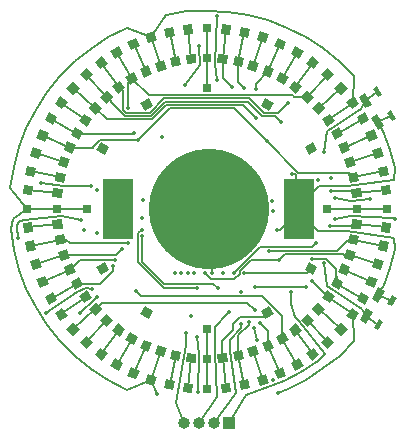
<source format=gbl>
G04 #@! TF.FileFunction,Copper,L4,Bot,Signal*
%FSLAX46Y46*%
G04 Gerber Fmt 4.6, Leading zero omitted, Abs format (unit mm)*
G04 Created by KiCad (PCBNEW 4.0.6) date 08/27/17 16:41:40*
%MOMM*%
%LPD*%
G01*
G04 APERTURE LIST*
%ADD10C,0.100000*%
%ADD11R,0.800000X0.800000*%
%ADD12C,0.300000*%
%ADD13C,10.200000*%
%ADD14R,2.500000X5.100000*%
%ADD15R,1.000000X1.000000*%
%ADD16O,1.000000X1.000000*%
%ADD17C,0.355600*%
%ADD18C,0.127000*%
G04 APERTURE END LIST*
D10*
G36*
X113060757Y-119404048D02*
X112497841Y-119079048D01*
X113067841Y-118091780D01*
X113630757Y-118416780D01*
X113060757Y-119404048D01*
X113060757Y-119404048D01*
G37*
G36*
X112030757Y-121188060D02*
X111467841Y-120863060D01*
X112037841Y-119875792D01*
X112600757Y-120200792D01*
X112030757Y-121188060D01*
X112030757Y-121188060D01*
G37*
G36*
X114175705Y-119712901D02*
X113829295Y-119512901D01*
X114254295Y-118776779D01*
X114600705Y-118976779D01*
X114175705Y-119712901D01*
X114175705Y-119712901D01*
G37*
G36*
X113000705Y-121748061D02*
X112654295Y-121548061D01*
X113079295Y-120811939D01*
X113425705Y-121011939D01*
X113000705Y-121748061D01*
X113000705Y-121748061D01*
G37*
G36*
X112522391Y-102646628D02*
X111959475Y-102971628D01*
X111389475Y-101984360D01*
X111952391Y-101659360D01*
X112522391Y-102646628D01*
X112522391Y-102646628D01*
G37*
G36*
X113552391Y-104430640D02*
X112989475Y-104755640D01*
X112419475Y-103768372D01*
X112982391Y-103443372D01*
X113552391Y-104430640D01*
X113552391Y-104430640D01*
G37*
G36*
X113347339Y-101835481D02*
X113000929Y-102035481D01*
X112575929Y-101299359D01*
X112922339Y-101099359D01*
X113347339Y-101835481D01*
X113347339Y-101835481D01*
G37*
G36*
X114522339Y-103870641D02*
X114175929Y-104070641D01*
X113750929Y-103334519D01*
X114097339Y-103134519D01*
X114522339Y-103870641D01*
X114522339Y-103870641D01*
G37*
G36*
X103782410Y-103187200D02*
X103089590Y-102787200D01*
X103489590Y-102094380D01*
X104182410Y-102494380D01*
X103782410Y-103187200D01*
X103782410Y-103187200D01*
G37*
D11*
X98550000Y-101278000D03*
D10*
G36*
X94010410Y-102787200D02*
X93317590Y-103187200D01*
X92917590Y-102494380D01*
X93610410Y-102094380D01*
X94010410Y-102787200D01*
X94010410Y-102787200D01*
G37*
G36*
X90287200Y-106217590D02*
X89887200Y-106910410D01*
X89194380Y-106510410D01*
X89594380Y-105817590D01*
X90287200Y-106217590D01*
X90287200Y-106217590D01*
G37*
D11*
X88378000Y-111450000D03*
D10*
G36*
X89887200Y-115989589D02*
X90287200Y-116682409D01*
X89594380Y-117082409D01*
X89194380Y-116389589D01*
X89887200Y-115989589D01*
X89887200Y-115989589D01*
G37*
G36*
X93317591Y-119712800D02*
X94010411Y-120112800D01*
X93610411Y-120805620D01*
X92917591Y-120405620D01*
X93317591Y-119712800D01*
X93317591Y-119712800D01*
G37*
D11*
X98550000Y-121622000D03*
D10*
G36*
X103089590Y-120112800D02*
X103782410Y-119712800D01*
X104182410Y-120405620D01*
X103489590Y-120805620D01*
X103089590Y-120112800D01*
X103089590Y-120112800D01*
G37*
G36*
X106812800Y-116682409D02*
X107212800Y-115989589D01*
X107905620Y-116389589D01*
X107505620Y-117082409D01*
X106812800Y-116682409D01*
X106812800Y-116682409D01*
G37*
D11*
X108722000Y-111450000D03*
D10*
G36*
X110836365Y-110560854D02*
X110752742Y-109765237D01*
X111548359Y-109681614D01*
X111631982Y-110477231D01*
X110836365Y-110560854D01*
X110836365Y-110560854D01*
G37*
G36*
X110676118Y-109281451D02*
X110509788Y-108498933D01*
X111292306Y-108332603D01*
X111458636Y-109115121D01*
X110676118Y-109281451D01*
X110676118Y-109281451D01*
G37*
G36*
X110383014Y-108025806D02*
X110135801Y-107264961D01*
X110896646Y-107017748D01*
X111143859Y-107778593D01*
X110383014Y-108025806D01*
X110383014Y-108025806D01*
G37*
G36*
X109960265Y-106807677D02*
X109634876Y-106076840D01*
X110365713Y-105751451D01*
X110691102Y-106482288D01*
X109960265Y-106807677D01*
X109960265Y-106807677D01*
G37*
G36*
X109412504Y-105640410D02*
X109012504Y-104947590D01*
X109705324Y-104547590D01*
X110105324Y-105240410D01*
X109412504Y-105640410D01*
X109412504Y-105640410D01*
G37*
G36*
X108745730Y-104536795D02*
X108275502Y-103889581D01*
X108922716Y-103419353D01*
X109392944Y-104066567D01*
X108745730Y-104536795D01*
X108745730Y-104536795D01*
G37*
G36*
X107967250Y-103508922D02*
X107431946Y-102914406D01*
X108026462Y-102379102D01*
X108561766Y-102973618D01*
X107967250Y-103508922D01*
X107967250Y-103508922D01*
G37*
G36*
X107085594Y-102568054D02*
X106491078Y-102032750D01*
X107026382Y-101438234D01*
X107620898Y-101973538D01*
X107085594Y-102568054D01*
X107085594Y-102568054D01*
G37*
G36*
X106110419Y-101724498D02*
X105463205Y-101254270D01*
X105933433Y-100607056D01*
X106580647Y-101077284D01*
X106110419Y-101724498D01*
X106110419Y-101724498D01*
G37*
G36*
X105052410Y-100987496D02*
X104359590Y-100587496D01*
X104759590Y-99894676D01*
X105452410Y-100294676D01*
X105052410Y-100987496D01*
X105052410Y-100987496D01*
G37*
G36*
X103923160Y-100365124D02*
X103192323Y-100039735D01*
X103517712Y-99308898D01*
X104248549Y-99634287D01*
X103923160Y-100365124D01*
X103923160Y-100365124D01*
G37*
G36*
X102735039Y-99864199D02*
X101974194Y-99616986D01*
X102221407Y-98856141D01*
X102982252Y-99103354D01*
X102735039Y-99864199D01*
X102735039Y-99864199D01*
G37*
G36*
X113362451Y-110295352D02*
X113278828Y-109499735D01*
X114074445Y-109416112D01*
X114158068Y-110211729D01*
X113362451Y-110295352D01*
X113362451Y-110295352D01*
G37*
G36*
X113160612Y-108753356D02*
X112994282Y-107970838D01*
X113776800Y-107804508D01*
X113943130Y-108587026D01*
X113160612Y-108753356D01*
X113160612Y-108753356D01*
G37*
G36*
X112798698Y-107240903D02*
X112551485Y-106480058D01*
X113312330Y-106232845D01*
X113559543Y-106993690D01*
X112798698Y-107240903D01*
X112798698Y-107240903D01*
G37*
G36*
X112280671Y-105774566D02*
X111955282Y-105043729D01*
X112686119Y-104718340D01*
X113011508Y-105449177D01*
X112280671Y-105774566D01*
X112280671Y-105774566D01*
G37*
G36*
X111612209Y-104370410D02*
X111212209Y-103677590D01*
X111905029Y-103277590D01*
X112305029Y-103970410D01*
X111612209Y-104370410D01*
X111612209Y-104370410D01*
G37*
G36*
X110800633Y-103043821D02*
X110330405Y-102396607D01*
X110977619Y-101926379D01*
X111447847Y-102573593D01*
X110800633Y-103043821D01*
X110800633Y-103043821D01*
G37*
G36*
X109854838Y-101809331D02*
X109319534Y-101214815D01*
X109914050Y-100679511D01*
X110449354Y-101274027D01*
X109854838Y-101809331D01*
X109854838Y-101809331D01*
G37*
G36*
X108785185Y-100680466D02*
X108190669Y-100145162D01*
X108725973Y-99550646D01*
X109320489Y-100085950D01*
X108785185Y-100680466D01*
X108785185Y-100680466D01*
G37*
G36*
X107603393Y-99669595D02*
X106956179Y-99199367D01*
X107426407Y-98552153D01*
X108073621Y-99022381D01*
X107603393Y-99669595D01*
X107603393Y-99669595D01*
G37*
G36*
X106322410Y-98787791D02*
X105629590Y-98387791D01*
X106029590Y-97694971D01*
X106722410Y-98094971D01*
X106322410Y-98787791D01*
X106322410Y-98787791D01*
G37*
G36*
X104956271Y-98044718D02*
X104225434Y-97719329D01*
X104550823Y-96988492D01*
X105281660Y-97313881D01*
X104956271Y-98044718D01*
X104956271Y-98044718D01*
G37*
G36*
X103519942Y-97448515D02*
X102759097Y-97201302D01*
X103006310Y-96440457D01*
X103767155Y-96687670D01*
X103519942Y-97448515D01*
X103519942Y-97448515D01*
G37*
G36*
X101501067Y-99490212D02*
X100718549Y-99323882D01*
X100884879Y-98541364D01*
X101667397Y-98707694D01*
X101501067Y-99490212D01*
X101501067Y-99490212D01*
G37*
G36*
X100234763Y-99247258D02*
X99439146Y-99163635D01*
X99522769Y-98368018D01*
X100318386Y-98451641D01*
X100234763Y-99247258D01*
X100234763Y-99247258D01*
G37*
D11*
X98550000Y-98738000D03*
D10*
G36*
X97660854Y-99163635D02*
X96865237Y-99247258D01*
X96781614Y-98451641D01*
X97577231Y-98368018D01*
X97660854Y-99163635D01*
X97660854Y-99163635D01*
G37*
G36*
X96381451Y-99323882D02*
X95598933Y-99490212D01*
X95432603Y-98707694D01*
X96215121Y-98541364D01*
X96381451Y-99323882D01*
X96381451Y-99323882D01*
G37*
G36*
X95125806Y-99616986D02*
X94364961Y-99864199D01*
X94117748Y-99103354D01*
X94878593Y-98856141D01*
X95125806Y-99616986D01*
X95125806Y-99616986D01*
G37*
G36*
X93907677Y-100039735D02*
X93176840Y-100365124D01*
X92851451Y-99634287D01*
X93582288Y-99308898D01*
X93907677Y-100039735D01*
X93907677Y-100039735D01*
G37*
G36*
X92740410Y-100587496D02*
X92047590Y-100987496D01*
X91647590Y-100294676D01*
X92340410Y-99894676D01*
X92740410Y-100587496D01*
X92740410Y-100587496D01*
G37*
G36*
X91636795Y-101254270D02*
X90989581Y-101724498D01*
X90519353Y-101077284D01*
X91166567Y-100607056D01*
X91636795Y-101254270D01*
X91636795Y-101254270D01*
G37*
G36*
X90608922Y-102032750D02*
X90014406Y-102568054D01*
X89479102Y-101973538D01*
X90073618Y-101438234D01*
X90608922Y-102032750D01*
X90608922Y-102032750D01*
G37*
G36*
X89668054Y-102914406D02*
X89132750Y-103508922D01*
X88538234Y-102973618D01*
X89073538Y-102379102D01*
X89668054Y-102914406D01*
X89668054Y-102914406D01*
G37*
G36*
X88824498Y-103889581D02*
X88354270Y-104536795D01*
X87707056Y-104066567D01*
X88177284Y-103419353D01*
X88824498Y-103889581D01*
X88824498Y-103889581D01*
G37*
G36*
X102029162Y-97005718D02*
X101246644Y-96839388D01*
X101412974Y-96056870D01*
X102195492Y-96223200D01*
X102029162Y-97005718D01*
X102029162Y-97005718D01*
G37*
G36*
X100500265Y-96721172D02*
X99704648Y-96637549D01*
X99788271Y-95841932D01*
X100583888Y-95925555D01*
X100500265Y-96721172D01*
X100500265Y-96721172D01*
G37*
D11*
X98550000Y-96198000D03*
D10*
G36*
X97395352Y-96637549D02*
X96599735Y-96721172D01*
X96516112Y-95925555D01*
X97311729Y-95841932D01*
X97395352Y-96637549D01*
X97395352Y-96637549D01*
G37*
G36*
X95853356Y-96839388D02*
X95070838Y-97005718D01*
X94904508Y-96223200D01*
X95687026Y-96056870D01*
X95853356Y-96839388D01*
X95853356Y-96839388D01*
G37*
G36*
X91470410Y-98387791D02*
X90777590Y-98787791D01*
X90377590Y-98094971D01*
X91070410Y-97694971D01*
X91470410Y-98387791D01*
X91470410Y-98387791D01*
G37*
G36*
X88909331Y-100145162D02*
X88314815Y-100680466D01*
X87779511Y-100085950D01*
X88374027Y-99550646D01*
X88909331Y-100145162D01*
X88909331Y-100145162D01*
G37*
G36*
X87780466Y-101214815D02*
X87245162Y-101809331D01*
X86650646Y-101274027D01*
X87185950Y-100679511D01*
X87780466Y-101214815D01*
X87780466Y-101214815D01*
G37*
G36*
X86769595Y-102396607D02*
X86299367Y-103043821D01*
X85652153Y-102573593D01*
X86122381Y-101926379D01*
X86769595Y-102396607D01*
X86769595Y-102396607D01*
G37*
G36*
X88087496Y-104947590D02*
X87687496Y-105640410D01*
X86994676Y-105240410D01*
X87394676Y-104547590D01*
X88087496Y-104947590D01*
X88087496Y-104947590D01*
G37*
G36*
X87465124Y-106076840D02*
X87139735Y-106807677D01*
X86408898Y-106482288D01*
X86734287Y-105751451D01*
X87465124Y-106076840D01*
X87465124Y-106076840D01*
G37*
G36*
X86964199Y-107264961D02*
X86716986Y-108025806D01*
X85956141Y-107778593D01*
X86203354Y-107017748D01*
X86964199Y-107264961D01*
X86964199Y-107264961D01*
G37*
G36*
X86590212Y-108498933D02*
X86423882Y-109281451D01*
X85641364Y-109115121D01*
X85807694Y-108332603D01*
X86590212Y-108498933D01*
X86590212Y-108498933D01*
G37*
G36*
X86347258Y-109765237D02*
X86263635Y-110560854D01*
X85468018Y-110477231D01*
X85551641Y-109681614D01*
X86347258Y-109765237D01*
X86347258Y-109765237D01*
G37*
D11*
X85838000Y-111450000D03*
D10*
G36*
X86263635Y-112339146D02*
X86347258Y-113134763D01*
X85551641Y-113218386D01*
X85468018Y-112422769D01*
X86263635Y-112339146D01*
X86263635Y-112339146D01*
G37*
G36*
X86423882Y-113618549D02*
X86590212Y-114401067D01*
X85807694Y-114567397D01*
X85641364Y-113784879D01*
X86423882Y-113618549D01*
X86423882Y-113618549D01*
G37*
G36*
X86716986Y-114874194D02*
X86964199Y-115635039D01*
X86203354Y-115882252D01*
X85956141Y-115121407D01*
X86716986Y-114874194D01*
X86716986Y-114874194D01*
G37*
G36*
X87139735Y-116092323D02*
X87465124Y-116823160D01*
X86734287Y-117148549D01*
X86408898Y-116417712D01*
X87139735Y-116092323D01*
X87139735Y-116092323D01*
G37*
G36*
X87687496Y-117259589D02*
X88087496Y-117952409D01*
X87394676Y-118352409D01*
X86994676Y-117659589D01*
X87687496Y-117259589D01*
X87687496Y-117259589D01*
G37*
G36*
X88354270Y-118363205D02*
X88824498Y-119010419D01*
X88177284Y-119480647D01*
X87707056Y-118833433D01*
X88354270Y-118363205D01*
X88354270Y-118363205D01*
G37*
G36*
X85144718Y-105043729D02*
X84819329Y-105774566D01*
X84088492Y-105449177D01*
X84413881Y-104718340D01*
X85144718Y-105043729D01*
X85144718Y-105043729D01*
G37*
G36*
X84548515Y-106480058D02*
X84301302Y-107240903D01*
X83540457Y-106993690D01*
X83787670Y-106232845D01*
X84548515Y-106480058D01*
X84548515Y-106480058D01*
G37*
G36*
X83821172Y-109499735D02*
X83737549Y-110295352D01*
X82941932Y-110211729D01*
X83025555Y-109416112D01*
X83821172Y-109499735D01*
X83821172Y-109499735D01*
G37*
D11*
X83298000Y-111450000D03*
D10*
G36*
X83737549Y-112604648D02*
X83821172Y-113400265D01*
X83025555Y-113483888D01*
X82941932Y-112688271D01*
X83737549Y-112604648D01*
X83737549Y-112604648D01*
G37*
G36*
X83939388Y-114146644D02*
X84105718Y-114929162D01*
X83323200Y-115095492D01*
X83156870Y-114312974D01*
X83939388Y-114146644D01*
X83939388Y-114146644D01*
G37*
G36*
X84301302Y-115659097D02*
X84548515Y-116419942D01*
X83787670Y-116667155D01*
X83540457Y-115906310D01*
X84301302Y-115659097D01*
X84301302Y-115659097D01*
G37*
G36*
X84819329Y-117125434D02*
X85144718Y-117856271D01*
X84413881Y-118181660D01*
X84088492Y-117450823D01*
X84819329Y-117125434D01*
X84819329Y-117125434D01*
G37*
G36*
X85487791Y-118529589D02*
X85887791Y-119222409D01*
X85194971Y-119622409D01*
X84794971Y-118929589D01*
X85487791Y-118529589D01*
X85487791Y-118529589D01*
G37*
G36*
X86299367Y-119856179D02*
X86769595Y-120503393D01*
X86122381Y-120973621D01*
X85652153Y-120326407D01*
X86299367Y-119856179D01*
X86299367Y-119856179D01*
G37*
G36*
X89132750Y-119391078D02*
X89668054Y-119985594D01*
X89073538Y-120520898D01*
X88538234Y-119926382D01*
X89132750Y-119391078D01*
X89132750Y-119391078D01*
G37*
G36*
X90014406Y-120331946D02*
X90608922Y-120867250D01*
X90073618Y-121461766D01*
X89479102Y-120926462D01*
X90014406Y-120331946D01*
X90014406Y-120331946D01*
G37*
G36*
X90989581Y-121175502D02*
X91636795Y-121645730D01*
X91166567Y-122292944D01*
X90519353Y-121822716D01*
X90989581Y-121175502D01*
X90989581Y-121175502D01*
G37*
G36*
X92047591Y-121912504D02*
X92740411Y-122312504D01*
X92340411Y-123005324D01*
X91647591Y-122605324D01*
X92047591Y-121912504D01*
X92047591Y-121912504D01*
G37*
G36*
X93176840Y-122534876D02*
X93907677Y-122860265D01*
X93582288Y-123591102D01*
X92851451Y-123265713D01*
X93176840Y-122534876D01*
X93176840Y-122534876D01*
G37*
G36*
X94364961Y-123035801D02*
X95125806Y-123283014D01*
X94878593Y-124043859D01*
X94117748Y-123796646D01*
X94364961Y-123035801D01*
X94364961Y-123035801D01*
G37*
G36*
X95598933Y-123409788D02*
X96381451Y-123576118D01*
X96215121Y-124358636D01*
X95432603Y-124192306D01*
X95598933Y-123409788D01*
X95598933Y-123409788D01*
G37*
G36*
X96865237Y-123652742D02*
X97660854Y-123736365D01*
X97577231Y-124531982D01*
X96781614Y-124448359D01*
X96865237Y-123652742D01*
X96865237Y-123652742D01*
G37*
D11*
X98550000Y-124162000D03*
D10*
G36*
X99439146Y-123736365D02*
X100234763Y-123652742D01*
X100318386Y-124448359D01*
X99522769Y-124531982D01*
X99439146Y-123736365D01*
X99439146Y-123736365D01*
G37*
G36*
X100718549Y-123576118D02*
X101501067Y-123409788D01*
X101667397Y-124192306D01*
X100884879Y-124358636D01*
X100718549Y-123576118D01*
X100718549Y-123576118D01*
G37*
G36*
X101974194Y-123283014D02*
X102735039Y-123035801D01*
X102982252Y-123796646D01*
X102221407Y-124043859D01*
X101974194Y-123283014D01*
X101974194Y-123283014D01*
G37*
G36*
X87245162Y-121090669D02*
X87780466Y-121685185D01*
X87185950Y-122220489D01*
X86650646Y-121625973D01*
X87245162Y-121090669D01*
X87245162Y-121090669D01*
G37*
G36*
X88314815Y-122219534D02*
X88909331Y-122754838D01*
X88374027Y-123349354D01*
X87779511Y-122814050D01*
X88314815Y-122219534D01*
X88314815Y-122219534D01*
G37*
G36*
X89496607Y-123230405D02*
X90143821Y-123700633D01*
X89673593Y-124347847D01*
X89026379Y-123877619D01*
X89496607Y-123230405D01*
X89496607Y-123230405D01*
G37*
G36*
X90777591Y-124112209D02*
X91470411Y-124512209D01*
X91070411Y-125205029D01*
X90377591Y-124805029D01*
X90777591Y-124112209D01*
X90777591Y-124112209D01*
G37*
G36*
X92143729Y-124855282D02*
X92874566Y-125180671D01*
X92549177Y-125911508D01*
X91818340Y-125586119D01*
X92143729Y-124855282D01*
X92143729Y-124855282D01*
G37*
G36*
X95070838Y-125894282D02*
X95853356Y-126060612D01*
X95687026Y-126843130D01*
X94904508Y-126676800D01*
X95070838Y-125894282D01*
X95070838Y-125894282D01*
G37*
G36*
X96599735Y-126178828D02*
X97395352Y-126262451D01*
X97311729Y-127058068D01*
X96516112Y-126974445D01*
X96599735Y-126178828D01*
X96599735Y-126178828D01*
G37*
D11*
X98550000Y-126702000D03*
D10*
G36*
X99704648Y-126262451D02*
X100500265Y-126178828D01*
X100583888Y-126974445D01*
X99788271Y-127058068D01*
X99704648Y-126262451D01*
X99704648Y-126262451D01*
G37*
G36*
X101246644Y-126060612D02*
X102029162Y-125894282D01*
X102195492Y-126676800D01*
X101412974Y-126843130D01*
X101246644Y-126060612D01*
X101246644Y-126060612D01*
G37*
G36*
X102759097Y-125698698D02*
X103519942Y-125451485D01*
X103767155Y-126212330D01*
X103006310Y-126459543D01*
X102759097Y-125698698D01*
X102759097Y-125698698D01*
G37*
G36*
X104359590Y-122312504D02*
X105052410Y-121912504D01*
X105452410Y-122605324D01*
X104759590Y-123005324D01*
X104359590Y-122312504D01*
X104359590Y-122312504D01*
G37*
G36*
X105463205Y-121645730D02*
X106110419Y-121175502D01*
X106580647Y-121822716D01*
X105933433Y-122292944D01*
X105463205Y-121645730D01*
X105463205Y-121645730D01*
G37*
G36*
X107431946Y-119985594D02*
X107967250Y-119391078D01*
X108561766Y-119926382D01*
X108026462Y-120520898D01*
X107431946Y-119985594D01*
X107431946Y-119985594D01*
G37*
G36*
X109012504Y-117952409D02*
X109412504Y-117259589D01*
X110105324Y-117659589D01*
X109705324Y-118352409D01*
X109012504Y-117952409D01*
X109012504Y-117952409D01*
G37*
G36*
X109634876Y-116823160D02*
X109960265Y-116092323D01*
X110691102Y-116417712D01*
X110365713Y-117148549D01*
X109634876Y-116823160D01*
X109634876Y-116823160D01*
G37*
G36*
X110135801Y-115635039D02*
X110383014Y-114874194D01*
X111143859Y-115121407D01*
X110896646Y-115882252D01*
X110135801Y-115635039D01*
X110135801Y-115635039D01*
G37*
G36*
X110509788Y-114401067D02*
X110676118Y-113618549D01*
X111458636Y-113784879D01*
X111292306Y-114567397D01*
X110509788Y-114401067D01*
X110509788Y-114401067D01*
G37*
G36*
X110752742Y-113134763D02*
X110836365Y-112339146D01*
X111631982Y-112422769D01*
X111548359Y-113218386D01*
X110752742Y-113134763D01*
X110752742Y-113134763D01*
G37*
D11*
X111262000Y-111450000D03*
D10*
G36*
X104225434Y-125180671D02*
X104956271Y-124855282D01*
X105281660Y-125586119D01*
X104550823Y-125911508D01*
X104225434Y-125180671D01*
X104225434Y-125180671D01*
G37*
G36*
X105629590Y-124512209D02*
X106322410Y-124112209D01*
X106722410Y-124805029D01*
X106029590Y-125205029D01*
X105629590Y-124512209D01*
X105629590Y-124512209D01*
G37*
G36*
X106956179Y-123700633D02*
X107603393Y-123230405D01*
X108073621Y-123877619D01*
X107426407Y-124347847D01*
X106956179Y-123700633D01*
X106956179Y-123700633D01*
G37*
G36*
X108190669Y-122754838D02*
X108785185Y-122219534D01*
X109320489Y-122814050D01*
X108725973Y-123349354D01*
X108190669Y-122754838D01*
X108190669Y-122754838D01*
G37*
G36*
X109319534Y-121685185D02*
X109854838Y-121090669D01*
X110449354Y-121625973D01*
X109914050Y-122220489D01*
X109319534Y-121685185D01*
X109319534Y-121685185D01*
G37*
G36*
X110330405Y-120503393D02*
X110800633Y-119856179D01*
X111447847Y-120326407D01*
X110977619Y-120973621D01*
X110330405Y-120503393D01*
X110330405Y-120503393D01*
G37*
G36*
X111212209Y-119222409D02*
X111612209Y-118529589D01*
X112305029Y-118929589D01*
X111905029Y-119622409D01*
X111212209Y-119222409D01*
X111212209Y-119222409D01*
G37*
G36*
X111955282Y-117856271D02*
X112280671Y-117125434D01*
X113011508Y-117450823D01*
X112686119Y-118181660D01*
X111955282Y-117856271D01*
X111955282Y-117856271D01*
G37*
G36*
X112551485Y-116419942D02*
X112798698Y-115659097D01*
X113559543Y-115906310D01*
X113312330Y-116667155D01*
X112551485Y-116419942D01*
X112551485Y-116419942D01*
G37*
G36*
X112994282Y-114929162D02*
X113160612Y-114146644D01*
X113943130Y-114312974D01*
X113776800Y-115095492D01*
X112994282Y-114929162D01*
X112994282Y-114929162D01*
G37*
G36*
X113278828Y-113400265D02*
X113362451Y-112604648D01*
X114158068Y-112688271D01*
X114074445Y-113483888D01*
X113278828Y-113400265D01*
X113278828Y-113400265D01*
G37*
D11*
X113802000Y-111450000D03*
D12*
X98670000Y-111470000D03*
X97670000Y-111470000D03*
X97670000Y-110470000D03*
X98670000Y-110470000D03*
X99670000Y-110470000D03*
X99670000Y-111470000D03*
X99670000Y-112470000D03*
X98670000Y-112470000D03*
X97670000Y-112470000D03*
D13*
X98680000Y-111480000D03*
D14*
X106330000Y-111480000D03*
X91030000Y-111480000D03*
D10*
G36*
X107212800Y-106910410D02*
X106812800Y-106217590D01*
X107505620Y-105817590D01*
X107905620Y-106510410D01*
X107212800Y-106910410D01*
X107212800Y-106910410D01*
G37*
G36*
X85887791Y-103677590D02*
X85487791Y-104370410D01*
X84794971Y-103970410D01*
X85194971Y-103277590D01*
X85887791Y-103677590D01*
X85887791Y-103677590D01*
G37*
G36*
X93580058Y-125451485D02*
X94340903Y-125698698D01*
X94093690Y-126459543D01*
X93332845Y-126212330D01*
X93580058Y-125451485D01*
X93580058Y-125451485D01*
G37*
G36*
X106491078Y-120867250D02*
X107085594Y-120331946D01*
X107620898Y-120926462D01*
X107026382Y-121461766D01*
X106491078Y-120867250D01*
X106491078Y-120867250D01*
G37*
G36*
X108275502Y-119010419D02*
X108745730Y-118363205D01*
X109392944Y-118833433D01*
X108922716Y-119480647D01*
X108275502Y-119010419D01*
X108275502Y-119010419D01*
G37*
G36*
X84105718Y-107970838D02*
X83939388Y-108753356D01*
X83156870Y-108587026D01*
X83323200Y-107804508D01*
X84105718Y-107970838D01*
X84105718Y-107970838D01*
G37*
G36*
X90143821Y-99199367D02*
X89496607Y-99669595D01*
X89026379Y-99022381D01*
X89673593Y-98552153D01*
X90143821Y-99199367D01*
X90143821Y-99199367D01*
G37*
G36*
X94340903Y-97201302D02*
X93580058Y-97448515D01*
X93332845Y-96687670D01*
X94093690Y-96440457D01*
X94340903Y-97201302D01*
X94340903Y-97201302D01*
G37*
G36*
X92874566Y-97719329D02*
X92143729Y-98044718D01*
X91818340Y-97313881D01*
X92549177Y-96988492D01*
X92874566Y-97719329D01*
X92874566Y-97719329D01*
G37*
G36*
X103192323Y-122860265D02*
X103923160Y-122534876D01*
X104248549Y-123265713D01*
X103517712Y-123591102D01*
X103192323Y-122860265D01*
X103192323Y-122860265D01*
G37*
D15*
X100450000Y-129570000D03*
D16*
X99180000Y-129570000D03*
X97910000Y-129570000D03*
X96640000Y-129570000D03*
D17*
X94770000Y-105420000D03*
X98980000Y-116940000D03*
X96750000Y-121950000D03*
X105760000Y-108510000D03*
X105640000Y-118540000D03*
X104500000Y-113290000D03*
X107960000Y-109050000D03*
X100797709Y-116920000D03*
X101450000Y-121250000D03*
X107790000Y-114390000D03*
X107450000Y-117600000D03*
X94320000Y-127180000D03*
X104570000Y-127100000D03*
X93050428Y-113730428D03*
X99440000Y-118180000D03*
X88140000Y-113280000D03*
X107430000Y-115690000D03*
X102640000Y-118100000D03*
X96390000Y-116900000D03*
X106970000Y-118110000D03*
X97220000Y-120510000D03*
X91850000Y-102960000D03*
X91850000Y-114390000D03*
X98420000Y-116930000D03*
X105450000Y-102490000D03*
X104650000Y-115790000D03*
X91370000Y-114870000D03*
X93050000Y-113220000D03*
X97680000Y-118180000D03*
X99920000Y-116930000D03*
X104820000Y-104130000D03*
X90730000Y-115820000D03*
X103810000Y-115050000D03*
X101460000Y-118510000D03*
X101710000Y-116920000D03*
X102670000Y-103780000D03*
X102670000Y-101360000D03*
X90550000Y-116340000D03*
X108940000Y-112920000D03*
X102090000Y-121080000D03*
X108420000Y-116070000D03*
X97460000Y-116930000D03*
X96930000Y-116910000D03*
X95860000Y-116900000D03*
X104120000Y-111630000D03*
X93030000Y-112220000D03*
X103630000Y-105760000D03*
X100660000Y-101180000D03*
X92524010Y-118416858D03*
X92750000Y-105600000D03*
X92410000Y-105090000D03*
X101670000Y-101250000D03*
X102590000Y-120030000D03*
X103050000Y-121110000D03*
X109010000Y-108880000D03*
X109010000Y-109970000D03*
X104080000Y-110820000D03*
X93090000Y-110720000D03*
X108440000Y-106680000D03*
X100420000Y-120220000D03*
X104150000Y-126000000D03*
X97750000Y-127000000D03*
X97680000Y-122330000D03*
X102520000Y-121520000D03*
X102810000Y-122550000D03*
X88790000Y-118220000D03*
X84920000Y-120290000D03*
X89245198Y-109870000D03*
X89250000Y-118940000D03*
X87790000Y-120320000D03*
X89220000Y-113520000D03*
X82530000Y-113960000D03*
X87910000Y-112420000D03*
X84529012Y-109250000D03*
X88770000Y-109550000D03*
X99410000Y-95130000D03*
X99410000Y-100530000D03*
X97840000Y-97660000D03*
X96700000Y-101000000D03*
X112370000Y-110670000D03*
X109430000Y-110570000D03*
X114510000Y-112300000D03*
X109420000Y-112320000D03*
D18*
X98980000Y-116940000D02*
X98980000Y-111780000D01*
X98980000Y-111780000D02*
X98670000Y-111470000D01*
X96750000Y-123040000D02*
X96750000Y-121950000D01*
X95900000Y-127940000D02*
X96750000Y-123040000D01*
X96640000Y-129570000D02*
X95900000Y-127940000D01*
X106100000Y-111490000D02*
X106100000Y-108620000D01*
X106100000Y-108620000D02*
X105990000Y-108510000D01*
X105990000Y-108510000D02*
X105760000Y-108510000D01*
X105650000Y-119520000D02*
X105650000Y-118550000D01*
X105650000Y-118550000D02*
X105640000Y-118540000D01*
X105650000Y-111940000D02*
X106100000Y-111490000D01*
X106010000Y-120620000D02*
X105650000Y-119520000D01*
X106310000Y-121000000D02*
X106010000Y-120620000D01*
X108540000Y-123760000D02*
X106310000Y-121000000D01*
X107990000Y-124390000D02*
X108540000Y-123760000D01*
X106540000Y-125310000D02*
X107990000Y-124390000D01*
X105090000Y-126070000D02*
X106540000Y-125310000D01*
X103500000Y-126680000D02*
X105090000Y-126070000D01*
X101870000Y-127200000D02*
X103500000Y-126680000D01*
X100450000Y-129570000D02*
X101870000Y-127200000D01*
X104500000Y-113290000D02*
X104751447Y-113290000D01*
X104751447Y-113290000D02*
X106100000Y-111941447D01*
X106100000Y-111941447D02*
X106100000Y-111490000D01*
X114136634Y-103602580D02*
X112985933Y-104099506D01*
X114215000Y-119244840D02*
X113064299Y-118747914D01*
X110380000Y-113330000D02*
X107940000Y-113330000D01*
X107940000Y-113330000D02*
X106100000Y-111490000D01*
X114410000Y-113940000D02*
X110380000Y-113330000D01*
X114460000Y-114830000D02*
X114410000Y-113940000D01*
X110370000Y-109560000D02*
X108030000Y-109560000D01*
X108030000Y-109560000D02*
X106100000Y-111490000D01*
X114400000Y-109020000D02*
X110370000Y-109560000D01*
X114460000Y-108040000D02*
X114400000Y-109020000D01*
X114020000Y-106450000D02*
X114460000Y-108040000D01*
X113420000Y-104850000D02*
X114020000Y-106450000D01*
X112985933Y-104099506D02*
X113420000Y-104850000D01*
X114020000Y-116470000D02*
X114460000Y-114830000D01*
X113500000Y-117900000D02*
X114020000Y-116470000D01*
X113064299Y-118747914D02*
X113500000Y-117900000D01*
X104013387Y-114708301D02*
X103986785Y-114681699D01*
X103986785Y-114681699D02*
X103036010Y-114681699D01*
X103036010Y-114681699D02*
X100797709Y-116920000D01*
X104013387Y-114708301D02*
X107471699Y-114708301D01*
X107471699Y-114708301D02*
X107790000Y-114390000D01*
X100470000Y-122550000D02*
X101450000Y-121570000D01*
X101450000Y-121570000D02*
X101450000Y-121250000D01*
X100470000Y-123470000D02*
X100470000Y-122550000D01*
X101030000Y-127030000D02*
X100470000Y-123470000D01*
X99180000Y-129570000D02*
X101030000Y-127030000D01*
X82140000Y-112290000D02*
X83298000Y-111450000D01*
X81950000Y-113200000D02*
X82140000Y-112290000D01*
X107450000Y-117600000D02*
X108771926Y-118921926D01*
X108771926Y-118921926D02*
X108834223Y-118921926D01*
X82180000Y-114930000D02*
X81950000Y-113200000D01*
X93836874Y-125955514D02*
X94320000Y-127180000D01*
X111010000Y-122650000D02*
X110889126Y-120414900D01*
X109800000Y-123900000D02*
X111010000Y-122650000D01*
X108410000Y-124980000D02*
X109800000Y-123900000D01*
X106970000Y-125940000D02*
X108410000Y-124980000D01*
X105400000Y-126740000D02*
X106970000Y-125940000D01*
X104570000Y-127100000D02*
X105400000Y-126740000D01*
X91740000Y-126780000D02*
X93836874Y-125955514D01*
X90190000Y-125980000D02*
X91740000Y-126780000D01*
X88700000Y-125010000D02*
X90190000Y-125980000D01*
X87360000Y-123930000D02*
X88700000Y-125010000D01*
X86080000Y-122650000D02*
X87360000Y-123930000D01*
X85000000Y-121340000D02*
X86080000Y-122650000D01*
X84050000Y-119810000D02*
X85000000Y-121340000D01*
X83250000Y-118260000D02*
X84050000Y-119810000D01*
X82610000Y-116620000D02*
X83250000Y-118260000D01*
X82180000Y-114930000D02*
X82610000Y-116620000D01*
X81910000Y-109670000D02*
X83298000Y-111450000D01*
X82180000Y-107950000D02*
X81910000Y-109670000D01*
X82630000Y-106270000D02*
X82180000Y-107950000D01*
X83260000Y-104630000D02*
X82630000Y-106270000D01*
X84060000Y-103070000D02*
X83260000Y-104630000D01*
X85000000Y-101590000D02*
X84060000Y-103070000D01*
X86120000Y-100230000D02*
X85000000Y-101590000D01*
X87360000Y-98980000D02*
X86120000Y-100230000D01*
X88740000Y-97900000D02*
X87360000Y-98980000D01*
X90190000Y-96950000D02*
X88740000Y-97900000D01*
X91760000Y-96140000D02*
X90190000Y-96950000D01*
X93836874Y-96944486D02*
X91760000Y-96140000D01*
X95080000Y-95050000D02*
X93836874Y-96944486D01*
X96820000Y-94760000D02*
X95080000Y-95050000D01*
X98560000Y-94690000D02*
X96820000Y-94760000D01*
X100300000Y-94780000D02*
X98560000Y-94690000D01*
X102040000Y-95060000D02*
X100300000Y-94780000D01*
X103700000Y-95510000D02*
X102040000Y-95060000D01*
X105320000Y-96130000D02*
X103700000Y-95510000D01*
X106910000Y-96940000D02*
X105320000Y-96130000D01*
X108390000Y-97880000D02*
X106910000Y-96940000D01*
X109770000Y-99000000D02*
X108390000Y-97880000D01*
X111010000Y-100240000D02*
X109770000Y-99000000D01*
X110889126Y-102485100D02*
X111010000Y-100240000D01*
X108834223Y-118921926D02*
X110889126Y-120414900D01*
X110889126Y-102485100D02*
X108834223Y-103978074D01*
X93836874Y-96944486D02*
X94621777Y-99360170D01*
X85838000Y-111450000D02*
X88378000Y-111450000D01*
X83298000Y-111450000D02*
X85838000Y-111450000D01*
X93836874Y-125955514D02*
X94621777Y-123539830D01*
X99440000Y-118180000D02*
X99071699Y-117811699D01*
X99071699Y-117811699D02*
X94911699Y-117811699D01*
X94911699Y-117811699D02*
X93650000Y-116550000D01*
X93650000Y-116550000D02*
X93650000Y-116540000D01*
X93650000Y-116540000D02*
X93050428Y-115940428D01*
X93050428Y-115940428D02*
X93050428Y-113730428D01*
X107430000Y-115690000D02*
X108585086Y-115690000D01*
X108585086Y-115690000D02*
X109444366Y-116549280D01*
X109444366Y-116549280D02*
X109444366Y-117129571D01*
X109444366Y-117129571D02*
X109558914Y-117244119D01*
X109558914Y-117244119D02*
X109558914Y-117805999D01*
X111758619Y-119075999D02*
X109558914Y-117805999D01*
X109884444Y-101244421D02*
X107996856Y-102944012D01*
X92346453Y-97516605D02*
X93379564Y-99837011D01*
X83381552Y-113044268D02*
X85907638Y-112778766D01*
X95378932Y-126368706D02*
X95907027Y-123884212D01*
X102640000Y-118100000D02*
X106708553Y-118100000D01*
X106708553Y-118100000D02*
X106718553Y-118110000D01*
X106718553Y-118110000D02*
X106970000Y-118110000D01*
X92194000Y-100441086D02*
X93621415Y-101868501D01*
X105942655Y-102003144D02*
X107055988Y-102003144D01*
X93621415Y-101868501D02*
X105808012Y-101868501D01*
X105808012Y-101868501D02*
X105942655Y-102003144D01*
X91850000Y-102960000D02*
X91850000Y-100785086D01*
X91850000Y-100785086D02*
X92194000Y-100441086D01*
X86921751Y-114390000D02*
X91850000Y-114390000D01*
X86115788Y-114092973D02*
X86624724Y-114092973D01*
X86624724Y-114092973D02*
X86921751Y-114390000D01*
X112483395Y-117653547D02*
X110162989Y-116620436D01*
X107055988Y-102003144D02*
X108755579Y-100115556D01*
X90924000Y-98241381D02*
X92194000Y-100441086D01*
X83631294Y-114621068D02*
X86115788Y-114092973D01*
X96955732Y-126618448D02*
X97221234Y-124092362D01*
X104650000Y-115790000D02*
X102294914Y-115790000D01*
X98930795Y-117440795D02*
X98420000Y-116930000D01*
X102294914Y-115790000D02*
X101341699Y-116743215D01*
X101341699Y-116948301D02*
X100849205Y-117440795D01*
X101341699Y-116743215D02*
X101341699Y-116948301D01*
X100849205Y-117440795D02*
X98930795Y-117440795D01*
X102080000Y-102122511D02*
X103335199Y-103377710D01*
X103335199Y-103377710D02*
X104562290Y-103377710D01*
X104562290Y-103377710D02*
X105450000Y-102490000D01*
X94944523Y-102122511D02*
X102080000Y-102122511D01*
X91078074Y-101165777D02*
X91435152Y-101522855D01*
X91435152Y-101522855D02*
X91435152Y-103090238D01*
X93689324Y-103377710D02*
X94944523Y-102122511D01*
X91435152Y-103090238D02*
X91722624Y-103377710D01*
X91722624Y-103377710D02*
X93689324Y-103377710D01*
X86460170Y-115378223D02*
X90861777Y-115378223D01*
X90861777Y-115378223D02*
X91370000Y-114870000D01*
X105118301Y-115321699D02*
X104650000Y-115790000D01*
X110639830Y-115378223D02*
X110119246Y-115378223D01*
X110119246Y-115378223D02*
X110062722Y-115321699D01*
X110062722Y-115321699D02*
X105118301Y-115321699D01*
X98550000Y-121622000D02*
X98550000Y-124162000D01*
X110639830Y-115378223D02*
X113055514Y-116163126D01*
X107514900Y-99110874D02*
X106021926Y-101165777D01*
X89585100Y-99110874D02*
X91078074Y-101165777D01*
X84044486Y-116163126D02*
X86460170Y-115378223D01*
X98550000Y-126702000D02*
X98550000Y-124162000D01*
X97680000Y-118180000D02*
X94920776Y-118180000D01*
X94920776Y-118180000D02*
X92682127Y-115941351D01*
X92682127Y-115941351D02*
X92682127Y-113553643D01*
X92682127Y-113553643D02*
X93015770Y-113220000D01*
X93015770Y-113220000D02*
X93050000Y-113220000D01*
X103229985Y-103631720D02*
X104321720Y-103631720D01*
X104321720Y-103631720D02*
X104820000Y-104130000D01*
X93794539Y-103631719D02*
X95006258Y-102420000D01*
X95006258Y-102420000D02*
X102018265Y-102420000D01*
X102018265Y-102420000D02*
X103229985Y-103631720D01*
X90044012Y-102003144D02*
X90397952Y-102357084D01*
X90397952Y-102357084D02*
X90397952Y-102412262D01*
X90397952Y-102412262D02*
X91617409Y-103631719D01*
X91617409Y-103631719D02*
X93794539Y-103631719D01*
X86937011Y-116620436D02*
X87758368Y-115799079D01*
X87758368Y-115799079D02*
X90709079Y-115799079D01*
X90709079Y-115799079D02*
X90730000Y-115820000D01*
X110984212Y-114092973D02*
X110475276Y-114092973D01*
X110475276Y-114092973D02*
X109518249Y-115050000D01*
X109518249Y-115050000D02*
X103810000Y-115050000D01*
X103636000Y-120259210D02*
X103272470Y-120622740D01*
X103272470Y-120622740D02*
X101317260Y-120622740D01*
X101317260Y-120622740D02*
X100740000Y-121200000D01*
X100740000Y-121200000D02*
X100740000Y-121753887D01*
X100740000Y-121753887D02*
X99820000Y-122673887D01*
X99820000Y-122673887D02*
X99820000Y-124033596D01*
X99820000Y-124033596D02*
X99878766Y-124092362D01*
X99878766Y-124092362D02*
X100144268Y-126618448D01*
X113468706Y-114621068D02*
X110984212Y-114092973D01*
X106176000Y-98241381D02*
X104906000Y-100441086D01*
X88344421Y-100115556D02*
X90044012Y-102003144D01*
X84616605Y-117653547D02*
X86937011Y-116620436D01*
X101710000Y-116920000D02*
X106975209Y-116920000D01*
X106975209Y-116920000D02*
X107359210Y-116535999D01*
X87541086Y-117805999D02*
X89468954Y-117805999D01*
X89468954Y-117805999D02*
X90550000Y-116724953D01*
X90550000Y-116724953D02*
X90550000Y-116340000D01*
X101564010Y-102674010D02*
X102670000Y-103780000D01*
X89103144Y-102944012D02*
X90044861Y-103885729D01*
X90044861Y-103885729D02*
X93899754Y-103885728D01*
X93899754Y-103885728D02*
X95111472Y-102674010D01*
X95111472Y-102674010D02*
X101564010Y-102674010D01*
X103720436Y-99837011D02*
X102670000Y-100887447D01*
X102670000Y-100887447D02*
X102670000Y-101360000D01*
X101192973Y-123884212D02*
X101192973Y-122186251D01*
X101192973Y-122186251D02*
X102090000Y-121289224D01*
X102090000Y-121289224D02*
X102090000Y-121080000D01*
X108940000Y-112920000D02*
X111051128Y-112920000D01*
X111051128Y-112920000D02*
X111192362Y-112778766D01*
X101721068Y-126368706D02*
X101192973Y-123884212D01*
X111192362Y-112778766D02*
X113718448Y-113044268D01*
X104753547Y-97516605D02*
X103720436Y-99837011D01*
X87215556Y-101244421D02*
X89103144Y-102944012D01*
X85341381Y-119075999D02*
X87541086Y-117805999D01*
X108710000Y-118020000D02*
X108420000Y-116070000D01*
X111650000Y-119960000D02*
X108710000Y-118020000D01*
X112034299Y-120531926D02*
X111650000Y-119960000D01*
X113040000Y-121280000D02*
X112034299Y-120531926D01*
X109884444Y-121655579D02*
X107996856Y-119955988D01*
X109558914Y-105094000D02*
X111758619Y-103824000D01*
X95378932Y-96531294D02*
X95907027Y-99015788D01*
X83381552Y-109855732D02*
X85907638Y-110121234D01*
X92346453Y-125383395D02*
X93379564Y-123062989D01*
X107055988Y-120896856D02*
X108755579Y-122784444D01*
X112483395Y-105246453D02*
X110162989Y-106279564D01*
X96955732Y-96281552D02*
X97221234Y-98807638D01*
X83631294Y-108278932D02*
X86115788Y-108807027D01*
X90924001Y-124658619D02*
X92194001Y-122458914D01*
X98550000Y-98738000D02*
X98550000Y-101278000D01*
X107514900Y-123789126D02*
X106021926Y-121734223D01*
X113055514Y-106736874D02*
X110639830Y-107521777D01*
X98550000Y-96198000D02*
X98550000Y-98738000D01*
X84044486Y-106736874D02*
X86460170Y-107521777D01*
X89585100Y-123789126D02*
X91078074Y-121734223D01*
X103630000Y-105760000D02*
X106269066Y-108399066D01*
X106269066Y-108399066D02*
X110576251Y-108399066D01*
X110576251Y-108399066D02*
X110984212Y-108807027D01*
X92750000Y-105600000D02*
X95421980Y-102928020D01*
X95421980Y-102928020D02*
X100798020Y-102928020D01*
X100798020Y-102928020D02*
X103630000Y-105760000D01*
X88862982Y-106279564D02*
X88862982Y-106243644D01*
X88862982Y-106243644D02*
X89506626Y-105600000D01*
X89506626Y-105600000D02*
X92750000Y-105600000D01*
X99878766Y-98807638D02*
X99878766Y-100398766D01*
X99878766Y-100398766D02*
X100660000Y-101180000D01*
X104906000Y-122458914D02*
X104906000Y-120566966D01*
X103217335Y-118878301D02*
X92985453Y-118878301D01*
X104906000Y-120566966D02*
X103217335Y-118878301D01*
X92985453Y-118878301D02*
X92524010Y-118416858D01*
X86937011Y-106279564D02*
X88862982Y-106279564D01*
X104906000Y-122458914D02*
X106176000Y-124658619D01*
X110984212Y-108807027D02*
X113468706Y-108278932D01*
X100144268Y-96281552D02*
X99878766Y-98807638D01*
X84616605Y-105246453D02*
X86937011Y-106279564D01*
X88344421Y-122784444D02*
X90044012Y-120896856D01*
X92410000Y-105090000D02*
X92406000Y-105094000D01*
X92406000Y-105094000D02*
X87541086Y-105094000D01*
X101192973Y-99015788D02*
X101192973Y-100772973D01*
X101192973Y-100772973D02*
X101670000Y-101250000D01*
X102590000Y-120030000D02*
X101960000Y-119400000D01*
X101960000Y-119400000D02*
X89659132Y-119400000D01*
X89659132Y-119400000D02*
X89103144Y-119955988D01*
X103720436Y-123062989D02*
X103720436Y-121780436D01*
X103720436Y-121780436D02*
X103050000Y-121110000D01*
X109010000Y-109970000D02*
X111041128Y-109970000D01*
X111041128Y-109970000D02*
X111192362Y-110121234D01*
X104753547Y-125383395D02*
X103720436Y-123062989D01*
X113718448Y-109855732D02*
X111192362Y-110121234D01*
X101721068Y-96531294D02*
X101192973Y-99015788D01*
X85341381Y-103824000D02*
X87541086Y-105094000D01*
X87215556Y-121655579D02*
X89103144Y-119955988D01*
X108730000Y-104860000D02*
X108440000Y-106680000D01*
X108880000Y-104760000D02*
X108730000Y-104860000D01*
X111620000Y-102980000D02*
X108880000Y-104760000D01*
X111955933Y-102315494D02*
X111620000Y-102980000D01*
X112961634Y-101567420D02*
X111955933Y-102315494D01*
X97910000Y-129570000D02*
X99400000Y-127390000D01*
X99400000Y-127390000D02*
X99190000Y-123560000D01*
X99190000Y-123560000D02*
X99190000Y-121440000D01*
X99190000Y-121440000D02*
X100230000Y-120400000D01*
X100230000Y-120400000D02*
X100240000Y-120400000D01*
X100240000Y-120400000D02*
X100420000Y-120220000D01*
X102478223Y-123539830D02*
X103263126Y-125955514D01*
X111262000Y-111450000D02*
X108722000Y-111450000D01*
X113802000Y-111450000D02*
X111262000Y-111450000D01*
X103263126Y-96944486D02*
X102478223Y-99360170D01*
X86210874Y-102485100D02*
X88265777Y-103978074D01*
X86210874Y-120414900D02*
X88265777Y-118921926D01*
X97910000Y-123750000D02*
X97750000Y-127000000D01*
X97680000Y-122330000D02*
X97910000Y-123750000D01*
X102810000Y-122550000D02*
X102520000Y-121520000D01*
X88280000Y-118130000D02*
X88790000Y-118220000D01*
X87547081Y-118542919D02*
X88280000Y-118130000D01*
X87547081Y-118542919D02*
X84920000Y-120290000D01*
X89080000Y-119110000D02*
X89250000Y-118940000D01*
X89080000Y-119110000D02*
X87790000Y-120320000D01*
X82460000Y-112980000D02*
X82530000Y-113960000D01*
X82570000Y-112590000D02*
X82460000Y-112980000D01*
X83030000Y-112390000D02*
X82570000Y-112590000D01*
X86300000Y-112100000D02*
X83030000Y-112390000D01*
X87910000Y-112420000D02*
X86300000Y-112100000D01*
X86440000Y-109550000D02*
X84529012Y-109250000D01*
X88770000Y-109550000D02*
X86440000Y-109550000D01*
X99200000Y-99200000D02*
X99410000Y-95130000D01*
X99410000Y-100530000D02*
X99200000Y-99200000D01*
X97920000Y-99270000D02*
X97840000Y-97660000D01*
X96700000Y-101000000D02*
X97920000Y-99270000D01*
X110760000Y-110800000D02*
X112370000Y-110670000D01*
X109430000Y-110570000D02*
X110760000Y-110800000D01*
X114260000Y-112280000D02*
X114510000Y-112300000D01*
X110760000Y-112100000D02*
X114260000Y-112280000D01*
X109420000Y-112320000D02*
X110760000Y-112100000D01*
M02*

</source>
